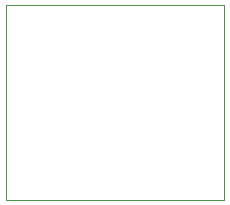
<source format=gbr>
%TF.GenerationSoftware,KiCad,Pcbnew,8.0.6*%
%TF.CreationDate,2025-07-22T18:03:32-04:00*%
%TF.ProjectId,receiver,72656365-6976-4657-922e-6b696361645f,rev?*%
%TF.SameCoordinates,Original*%
%TF.FileFunction,Other,User*%
%FSLAX46Y46*%
G04 Gerber Fmt 4.6, Leading zero omitted, Abs format (unit mm)*
G04 Created by KiCad (PCBNEW 8.0.6) date 2025-07-22 18:03:32*
%MOMM*%
%LPD*%
G01*
G04 APERTURE LIST*
%ADD10C,0.050000*%
G04 APERTURE END LIST*
D10*
%TO.C,RF1*%
X155374215Y-71905492D02*
X173874215Y-71905492D01*
X155374215Y-88405492D02*
X155374215Y-71905492D01*
X155374215Y-88405492D02*
X173874215Y-88405492D01*
X173874215Y-71905492D02*
X173874215Y-88405492D01*
%TD*%
M02*

</source>
